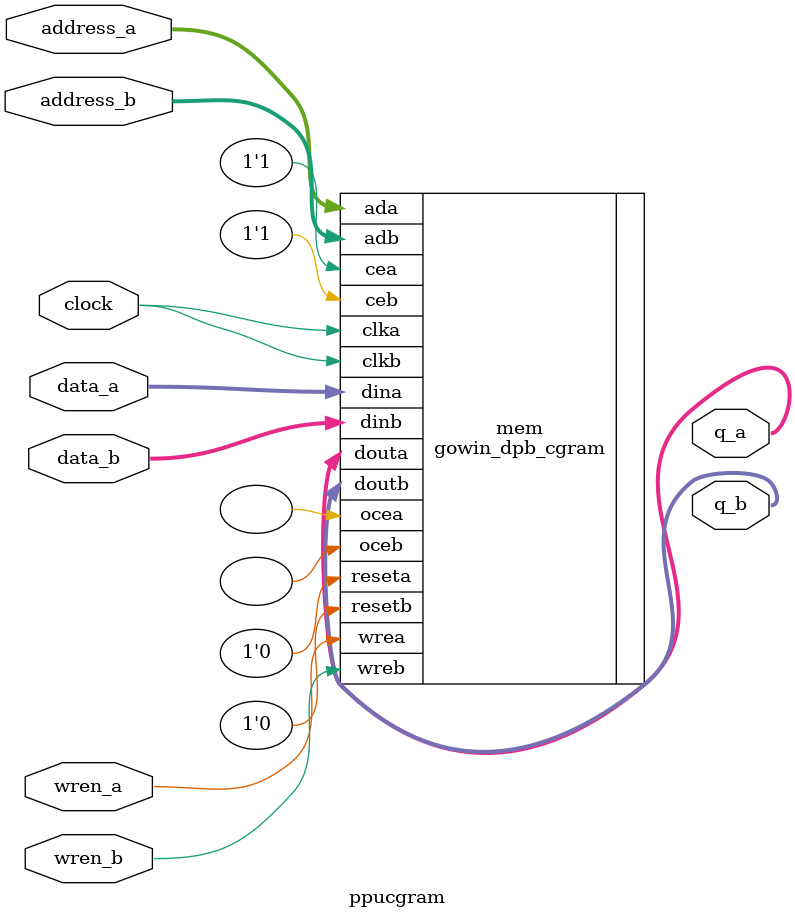
<source format=v>


module ppucgram (
    input clock,
    input [7:0] address_a,
    input [7:0] address_b,
    input [14:0] data_a,
    input [14:0] data_b,
    input wren_a,
    input wren_b,
    output [14:0] q_a,
    output [14:0] q_b
);

`ifndef VERILATOR

gowin_dpb_cgram mem(.douta(q_a), .doutb(q_b), .clka(clock), .ocea(), .cea(1'b1), .reseta(1'b0), 
            .wrea(wren_a), .clkb(clock), .oceb(), .ceb(1'b1), .resetb(1'b0), 
            .wreb(wren_b), .ada(address_a), .dina(data_a), .adb(address_b), .dinb(data_b));

`else

reg [14:0] mem [0:255];
reg [14:0] douta;
reg [14:0] doutb;
assign q_a = douta;
assign q_b = doutb; 

always @(posedge clock) begin
    douta <= mem[address_a];
    doutb <= mem[address_b];
    if (wren_a) begin
        mem[address_a] <= data_a;
        // $display("CGRAM[%x] <= %x", address_a, data_a);
    end
    if (wren_b) begin
        mem[address_b] <= data_b;
        // $display("CGRAM[%x] <= %x", address_b, data_b);
    end
end

`endif

endmodule

</source>
